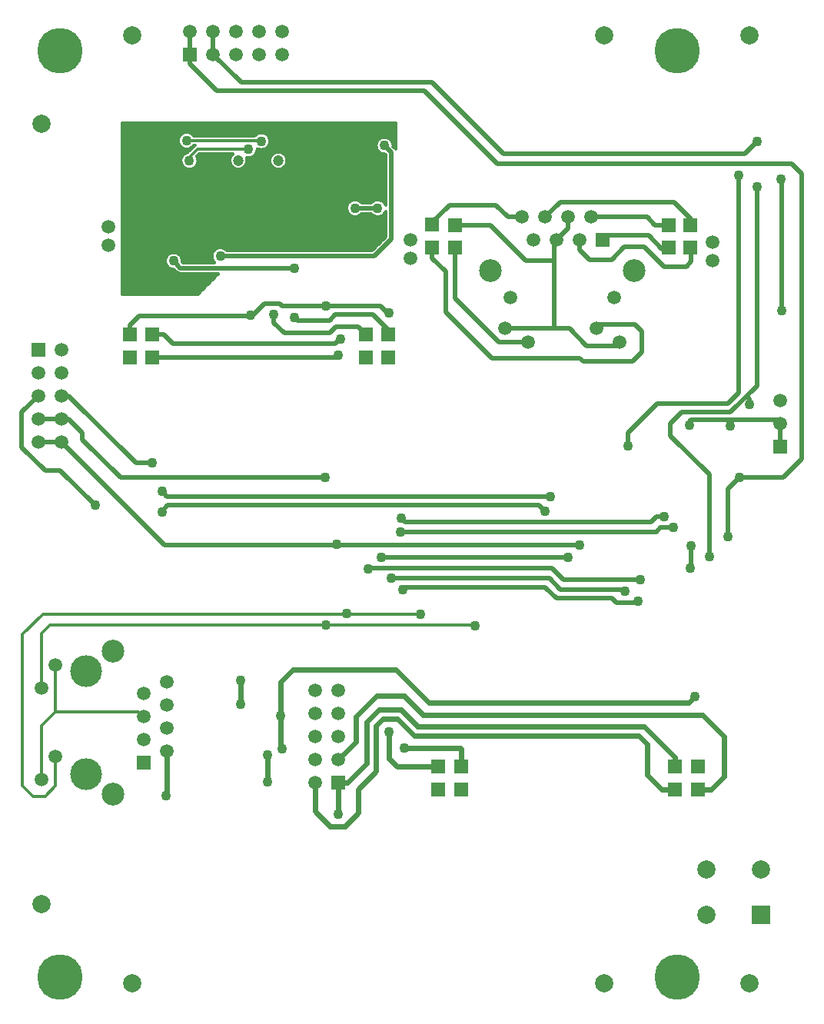
<source format=gtl>
%FSLAX43Y43*%
%MOMM*%
G71*
G01*
G75*
G04 Layer_Physical_Order=1*
%ADD10C,0.300*%
%ADD11C,0.500*%
%ADD12C,0.600*%
%ADD13C,2.000*%
%ADD14C,5.000*%
%ADD15R,1.500X1.500*%
%ADD16C,1.500*%
%ADD17R,2.000X2.000*%
%ADD18C,3.500*%
%ADD19C,2.500*%
%ADD20C,1.200*%
%ADD21C,1.100*%
D10*
X36725Y91550D02*
G03*
X35872Y90605I-950J0D01*
G01*
X21747Y91229D02*
G03*
X23175Y92050I478J821D01*
G01*
G03*
X21450Y92600I-950J0D01*
G01*
X20566Y90229D02*
G03*
X21750Y91150I234J921D01*
G01*
X25025Y89900D02*
G03*
X25025Y89900I-950J0D01*
G01*
X20625D02*
G03*
X20566Y90229I-950J0D01*
G01*
X19092Y90650D02*
G03*
X20625Y89900I583J-750D01*
G01*
X35900Y85020D02*
G03*
X34288Y85250I-875J-370D01*
G01*
Y84050D02*
G03*
X35900Y84280I737J600D01*
G01*
X33262Y85250D02*
G03*
X33262Y84050I-737J-600D01*
G01*
X14932Y91600D02*
G03*
X14796Y91504I218J-450D01*
G01*
X14783Y92600D02*
G03*
X14783Y91600I-808J-500D01*
G01*
X14932D02*
G03*
X14796Y91504I218J-450D01*
G01*
X14102Y90809D02*
G03*
X15225Y89875I173J-934D01*
G01*
G03*
X15083Y90375I-950J0D01*
G01*
X18437Y79975D02*
G03*
X17058Y78675I-737J-600D01*
G01*
X13491Y78719D02*
G03*
X13500Y78850I-941J131D01*
G01*
G03*
X12610Y77902I-950J0D01*
G01*
X12792Y77687D02*
G03*
X13250Y77475I458J388D01*
G01*
X12791Y77688D02*
G03*
X13250Y77475I459J387D01*
G01*
X36297Y92344D02*
Y94075D01*
X36397Y92268D02*
Y94075D01*
X36097Y92444D02*
Y94075D01*
X36197Y92401D02*
Y94075D01*
X36200Y92400D02*
X36975D01*
X36358Y92300D02*
X36975D01*
X35798Y92500D02*
X36975D01*
X35997Y92474D02*
Y94075D01*
X35897Y92492D02*
Y94075D01*
X35797Y92500D02*
Y94075D01*
X35697Y92497D02*
Y94075D01*
X35597Y92483D02*
Y94075D01*
X35497Y92459D02*
Y94075D01*
X35397Y92422D02*
Y94075D01*
X35297Y92371D02*
Y94075D01*
X36897Y91276D02*
Y94075D01*
X36975Y91192D02*
Y94075D01*
X36697Y91778D02*
Y94075D01*
X36797Y91376D02*
Y94075D01*
X36468Y92200D02*
X36975D01*
X36550Y92100D02*
X36975D01*
X36497Y92167D02*
Y94075D01*
X36597Y92026D02*
Y94075D01*
X35197Y92304D02*
Y94075D01*
X35097Y92216D02*
Y94075D01*
X34997Y92096D02*
Y94075D01*
X34897Y91914D02*
Y94075D01*
X34797Y85572D02*
Y94075D01*
X22808Y92800D02*
X36975D01*
X22918Y92700D02*
X36975D01*
X22248Y93000D02*
X36975D01*
X22650Y92900D02*
X36975D01*
X23062Y92500D02*
X35752D01*
X23108Y92400D02*
X35350D01*
X23000Y92600D02*
X36975D01*
X32697Y85584D02*
Y94075D01*
X32597Y85597D02*
Y94075D01*
X32497Y85600D02*
Y94075D01*
X32397Y85591D02*
Y94075D01*
X23142Y92300D02*
X35192D01*
X23163Y92200D02*
X35082D01*
X23174Y92100D02*
X35000D01*
X34697Y85542D02*
Y94075D01*
X34597Y85498D02*
Y94075D01*
X34497Y85440D02*
Y94075D01*
X34397Y85363D02*
Y94075D01*
X34297Y85261D02*
Y94075D01*
X34197Y85250D02*
Y94075D01*
X34097Y85250D02*
Y94075D01*
X33197Y85321D02*
Y94075D01*
X33997Y85250D02*
Y94075D01*
X32997Y85474D02*
Y94075D01*
X33097Y85408D02*
Y94075D01*
X32897Y85524D02*
Y94075D01*
X32797Y85560D02*
Y94075D01*
X32297Y85572D02*
Y94075D01*
X36658Y91900D02*
X36975D01*
X36713Y91700D02*
X36975D01*
X36612Y92000D02*
X36975D01*
X36692Y91800D02*
X36975D01*
X36724Y91600D02*
X36975D01*
X36874Y91300D02*
X36975D01*
X36774Y91400D02*
X36975D01*
X36720Y91453D02*
X36924Y91249D01*
X35197Y85584D02*
Y90796D01*
X35097Y85597D02*
Y90884D01*
X34997Y85600D02*
Y91004D01*
X34897Y85591D02*
Y91186D01*
X24976Y90200D02*
X35900D01*
X35047Y85600D02*
X35900D01*
X25004Y90100D02*
X35900D01*
X35697Y85321D02*
Y90603D01*
X35797Y85203D02*
Y90600D01*
X35450Y85500D02*
X35900D01*
X35597Y85408D02*
Y90617D01*
X35718Y85300D02*
X35900D01*
X35800Y85200D02*
X35900D01*
X35608Y85400D02*
X35900D01*
X35397Y85524D02*
Y90678D01*
X35497Y85474D02*
Y90641D01*
X32547Y85600D02*
X35003D01*
X35297Y85560D02*
Y90729D01*
X33108Y85400D02*
X34442D01*
X33218Y85300D02*
X34332D01*
X32950Y85500D02*
X34600D01*
X23174Y92000D02*
X34938D01*
X23163Y91900D02*
X34892D01*
X21749Y91100D02*
X34938D01*
X21738Y91000D02*
X35001D01*
X24380Y90800D02*
X35192D01*
X24588Y90700D02*
X35351D01*
X21716Y90900D02*
X35082D01*
X23141Y91800D02*
X34858D01*
X23108Y91700D02*
X34837D01*
X23062Y91600D02*
X34826D01*
X22999Y91500D02*
X34826D01*
X22918Y91400D02*
X34837D01*
X22808Y91300D02*
X34859D01*
X22649Y91200D02*
X34892D01*
X24937Y90300D02*
X35900D01*
X25020Y90000D02*
X35900D01*
X24812Y90500D02*
X35900D01*
X24883Y90400D02*
X35900D01*
X25025Y89900D02*
X35900D01*
X25020Y89800D02*
X35900D01*
X25004Y89700D02*
X35900D01*
X24976Y89600D02*
X35900D01*
X24937Y89500D02*
X35900D01*
X24883Y89400D02*
X35900D01*
X24811Y89300D02*
X35900D01*
X24717Y89200D02*
X35900D01*
X24587Y89100D02*
X35900D01*
X24378Y89000D02*
X35900D01*
X24497Y90751D02*
Y94075D01*
X24597Y90694D02*
Y94075D01*
X24397Y90794D02*
Y94075D01*
X24297Y90824D02*
Y94075D01*
X24197Y90842D02*
Y94075D01*
X24097Y90850D02*
Y94075D01*
X23997Y90847D02*
Y94075D01*
X23897Y90833D02*
Y94075D01*
X23797Y90809D02*
Y94075D01*
X23697Y90772D02*
Y94075D01*
X22997Y92603D02*
Y94075D01*
X23097Y92426D02*
Y94075D01*
X22797Y92808D02*
Y94075D01*
X22897Y92721D02*
Y94075D01*
X22697Y92874D02*
Y94075D01*
X32197Y85542D02*
Y94075D01*
X32097Y85498D02*
Y94075D01*
X31997Y85440D02*
Y94075D01*
X31897Y85363D02*
Y94075D01*
X24997Y90128D02*
Y94075D01*
X31797Y85261D02*
Y94075D01*
X24897Y90376D02*
Y94075D01*
X24697Y90618D02*
Y94075D01*
X24797Y90517D02*
Y94075D01*
X23597Y90721D02*
Y94075D01*
X23497Y90654D02*
Y94075D01*
X23397Y90566D02*
Y94075D01*
X23297Y90446D02*
Y94075D01*
X23197Y90264D02*
Y94075D01*
X22597Y92924D02*
Y94075D01*
X22497Y92960D02*
Y94075D01*
X22297Y92997D02*
Y94075D01*
X22397Y92984D02*
Y94075D01*
X22197Y93000D02*
Y94075D01*
X22097Y92991D02*
Y94075D01*
X21997Y92972D02*
Y94075D01*
X21897Y92942D02*
Y94075D01*
X21797Y92898D02*
Y94075D01*
X21697Y92840D02*
Y94075D01*
X21597Y92763D02*
Y94075D01*
X21497Y92661D02*
Y94075D01*
X21397Y92600D02*
Y94075D01*
X21297Y92600D02*
Y94075D01*
X21197Y92600D02*
Y94075D01*
X21097Y92600D02*
Y94075D01*
X20997Y92600D02*
Y94075D01*
X20897Y92600D02*
Y94075D01*
X20797Y92600D02*
Y94075D01*
X20697Y92600D02*
Y94075D01*
X20597Y92600D02*
Y94075D01*
X20497Y92600D02*
Y94075D01*
X20397Y92600D02*
Y94075D01*
X20297Y92600D02*
Y94075D01*
X20197Y92600D02*
Y94075D01*
X20097Y92600D02*
Y94075D01*
X19997Y92600D02*
Y94075D01*
X19897Y92600D02*
Y94075D01*
X21683Y90800D02*
X23770D01*
X21637Y90700D02*
X23562D01*
X21574Y90600D02*
X23432D01*
X21493Y90500D02*
X23338D01*
X21383Y90400D02*
X23267D01*
X19797Y92600D02*
Y94075D01*
X19697Y92600D02*
Y94075D01*
X19597Y92600D02*
Y94075D01*
X19497Y92600D02*
Y94075D01*
X21224Y90300D02*
X23213D01*
X20576Y90200D02*
X23174D01*
X20537Y89500D02*
X23213D01*
X20483Y89400D02*
X23267D01*
X20411Y89300D02*
X23339D01*
X20317Y89200D02*
X23433D01*
X20187Y89100D02*
X23563D01*
X19978Y89000D02*
X23772D01*
X20604Y90100D02*
X23146D01*
X20620Y90000D02*
X23130D01*
X20625Y89900D02*
X23125D01*
X20620Y89800D02*
X23130D01*
X20604Y89700D02*
X23146D01*
X20576Y89600D02*
X23174D01*
X19397Y92600D02*
Y94075D01*
X19297Y92600D02*
Y94075D01*
X19197Y92600D02*
Y94075D01*
X19097Y92600D02*
Y94075D01*
X18997Y92600D02*
Y94075D01*
X18897Y92600D02*
Y94075D01*
X18797Y92600D02*
Y94075D01*
X18697Y92600D02*
Y94075D01*
X18597Y92600D02*
Y94075D01*
X18497Y92600D02*
Y94075D01*
X18397Y92600D02*
Y94075D01*
X18297Y92600D02*
Y94075D01*
X18197Y92600D02*
Y94075D01*
X18097Y92600D02*
Y94075D01*
X17997Y92600D02*
Y94075D01*
X17897Y92600D02*
Y94075D01*
X17797Y92600D02*
Y94075D01*
X17697Y92600D02*
Y94075D01*
X18897Y90446D02*
Y90650D01*
X18797Y90264D02*
Y90650D01*
X17597Y92600D02*
Y94075D01*
X17497Y92600D02*
Y94075D01*
X17397Y92600D02*
Y94075D01*
X17297Y92600D02*
Y94075D01*
X17197Y92600D02*
Y94075D01*
X17097Y92600D02*
Y94075D01*
X16997Y92600D02*
Y94075D01*
X33897Y85250D02*
Y94075D01*
X35900Y85020D02*
Y90576D01*
X33797Y85250D02*
Y94075D01*
X33697Y85250D02*
Y94075D01*
X35897Y81471D02*
Y84274D01*
X33262Y85250D02*
X34288D01*
X33597D02*
Y94075D01*
X33497Y85250D02*
Y94075D01*
X33397Y85250D02*
Y94075D01*
X33297Y85250D02*
Y94075D01*
X31697Y85116D02*
Y94075D01*
X31597Y84855D02*
Y94075D01*
X31497Y80000D02*
Y94075D01*
X31397Y80000D02*
Y94075D01*
X31297Y80000D02*
Y94075D01*
X31197Y80000D02*
Y94075D01*
X35900Y81474D02*
Y84280D01*
X31597Y80000D02*
Y84445D01*
X31097Y79975D02*
Y94075D01*
X30997Y79975D02*
Y94075D01*
X30897Y79975D02*
Y94075D01*
X30797Y79975D02*
Y94075D01*
X30697Y79975D02*
Y94075D01*
X30597Y79975D02*
Y94075D01*
X30497Y79975D02*
Y94075D01*
X30397Y79975D02*
Y94075D01*
X30297Y79975D02*
Y94075D01*
X30197Y79975D02*
Y94075D01*
X30097Y79975D02*
Y94075D01*
X29997Y79975D02*
Y94075D01*
X29897Y79975D02*
Y94075D01*
X29797Y79975D02*
Y94075D01*
X29697Y79975D02*
Y94075D01*
X29597Y79975D02*
Y94075D01*
X29497Y79975D02*
Y94075D01*
X29397Y79975D02*
Y94075D01*
X29297Y79975D02*
Y94075D01*
X29197Y79975D02*
Y94075D01*
X29097Y79975D02*
Y94075D01*
X28997Y79975D02*
Y94075D01*
X28897Y79975D02*
Y94075D01*
X28797Y79975D02*
Y94075D01*
X28697Y79975D02*
Y94075D01*
X28597Y79975D02*
Y94075D01*
X28497Y79975D02*
Y94075D01*
X28397Y79975D02*
Y94075D01*
X28297Y79975D02*
Y94075D01*
X28197Y79975D02*
Y94075D01*
X28097Y79975D02*
Y94075D01*
X27997Y79975D02*
Y94075D01*
X27897Y79975D02*
Y94075D01*
X27797Y79975D02*
Y94075D01*
X27697Y79975D02*
Y94075D01*
X27597Y79975D02*
Y94075D01*
X35799Y84100D02*
X35900D01*
X35797Y81371D02*
Y84097D01*
X35718Y84000D02*
X35900D01*
X35697Y81271D02*
Y83979D01*
X35608Y83900D02*
X35900D01*
X35597Y81171D02*
Y83892D01*
X35449Y83800D02*
X35900D01*
X35497Y81071D02*
Y83826D01*
X35397Y80971D02*
Y83776D01*
X35297Y80871D02*
Y83740D01*
X35197Y80771D02*
Y83716D01*
X35097Y80671D02*
Y83703D01*
X34997Y80571D02*
Y83700D01*
X34897Y80471D02*
Y83709D01*
X34597Y80171D02*
Y83802D01*
X34497Y80071D02*
Y83860D01*
X34397Y80000D02*
Y83937D01*
X34297Y80000D02*
Y84039D01*
X34797Y80371D02*
Y83728D01*
X34697Y80271D02*
Y83758D01*
X34426Y80000D02*
X35900Y81474D01*
X34197Y80000D02*
Y84050D01*
X34097Y80000D02*
Y84050D01*
X33997Y80000D02*
Y84050D01*
X33897Y80000D02*
Y84050D01*
X33797Y80000D02*
Y84050D01*
X33697Y80000D02*
Y84050D01*
X33597Y80000D02*
Y84050D01*
X33262D02*
X34288D01*
X33218Y84000D02*
X34332D01*
X33108Y83900D02*
X34442D01*
X32949Y83800D02*
X34601D01*
X18171Y80200D02*
X34626D01*
X18314Y80100D02*
X34526D01*
X17918Y80300D02*
X34726D01*
X33497Y80000D02*
Y84050D01*
X33397Y80000D02*
Y84050D01*
X33297Y80000D02*
Y84050D01*
X33197Y80000D02*
Y83979D01*
X33097Y80000D02*
Y83892D01*
X32997Y80000D02*
Y83826D01*
X32897Y80000D02*
Y83776D01*
X32797Y80000D02*
Y83740D01*
X32697Y80000D02*
Y83716D01*
X32597Y80000D02*
Y83703D01*
X32397Y80000D02*
Y83709D01*
X32497Y80000D02*
Y83700D01*
X32297Y80000D02*
Y83728D01*
X31150Y80000D02*
X34426D01*
X32097D02*
Y83802D01*
X31897Y80000D02*
Y83937D01*
X31797Y80000D02*
Y84039D01*
X31697Y80000D02*
Y84184D01*
X32197Y80000D02*
Y83758D01*
X31997Y80000D02*
Y83860D01*
X18437Y79975D02*
X31125D01*
X27497D02*
Y94075D01*
X27397Y79975D02*
Y94075D01*
X27297Y79975D02*
Y94075D01*
X27197Y79975D02*
Y94075D01*
X27097Y79975D02*
Y94075D01*
X26997Y79975D02*
Y94075D01*
X26897Y79975D02*
Y94075D01*
X26797Y79975D02*
Y94075D01*
X26697Y79975D02*
Y94075D01*
X26597Y79975D02*
Y94075D01*
X26497Y79975D02*
Y94075D01*
X26397Y79975D02*
Y94075D01*
X26297Y79975D02*
Y94075D01*
X26197Y79975D02*
Y94075D01*
X26097Y79975D02*
Y94075D01*
X25997Y79975D02*
Y94075D01*
X25897Y79975D02*
Y94075D01*
X25797Y79975D02*
Y94075D01*
X25697Y79975D02*
Y94075D01*
X25597Y79975D02*
Y94075D01*
X25497Y79975D02*
Y94075D01*
X25397Y79975D02*
Y94075D01*
X25297Y79975D02*
Y94075D01*
X25197Y79975D02*
Y94075D01*
X25097Y79975D02*
Y94075D01*
X23097Y79975D02*
Y91674D01*
X22997Y79975D02*
Y91497D01*
X22897Y79975D02*
Y91379D01*
X22797Y79975D02*
Y91292D01*
X18397Y80020D02*
Y90650D01*
X22697Y79975D02*
Y91226D01*
X18197Y80184D02*
Y90650D01*
X18297Y80114D02*
Y90650D01*
X17997Y80277D02*
Y90650D01*
X18097Y80238D02*
Y90650D01*
X17897Y80304D02*
Y90650D01*
X17797Y80320D02*
Y90650D01*
X17697Y80325D02*
Y90650D01*
X17597Y80319D02*
Y90650D01*
X17497Y80303D02*
Y90650D01*
X17397Y80275D02*
Y90650D01*
X17297Y80235D02*
Y90650D01*
X17197Y80181D02*
Y90650D01*
X22597Y79975D02*
Y91176D01*
X22497Y79975D02*
Y91140D01*
X22397Y79975D02*
Y91116D01*
X21997Y79975D02*
Y91128D01*
X22297Y79975D02*
Y91103D01*
X22197Y79975D02*
Y91100D01*
X22097Y79975D02*
Y91109D01*
X21897Y79975D02*
Y91158D01*
X21797Y79975D02*
Y91202D01*
X21697Y79975D02*
Y90838D01*
X21597Y79975D02*
Y90634D01*
X18697Y79975D02*
Y90650D01*
X18597Y79975D02*
Y90650D01*
X18497Y79975D02*
Y90650D01*
X24997Y79975D02*
Y89672D01*
X24897Y79975D02*
Y89424D01*
X24797Y79975D02*
Y89283D01*
X24697Y79975D02*
Y89182D01*
X24597Y79975D02*
Y89106D01*
X24497Y79975D02*
Y89049D01*
X24397Y79975D02*
Y89006D01*
X24297Y79975D02*
Y88976D01*
X24197Y79975D02*
Y88958D01*
X24097Y79975D02*
Y88950D01*
X23997Y79975D02*
Y88953D01*
X23897Y79975D02*
Y88967D01*
X23797Y79975D02*
Y88991D01*
X23697Y79975D02*
Y89028D01*
X23297Y79975D02*
Y89354D01*
X23197Y79975D02*
Y89536D01*
X21497Y79975D02*
Y90505D01*
X21397Y79975D02*
Y90411D01*
X23597Y79975D02*
Y89079D01*
X23497Y79975D02*
Y89146D01*
X23397Y79975D02*
Y89234D01*
X21297Y79975D02*
Y90341D01*
X21197Y79975D02*
Y90287D01*
X21097Y79975D02*
Y90248D01*
X20997Y79975D02*
Y90221D01*
X20897Y79975D02*
Y90205D01*
X20797Y79975D02*
Y90200D01*
X20697Y79975D02*
Y90206D01*
X20597Y79975D02*
Y89672D01*
X20497Y79975D02*
Y89424D01*
X20397Y79975D02*
Y89283D01*
X20297Y79975D02*
Y89182D01*
X20197Y79975D02*
Y89106D01*
X20097Y79975D02*
Y89049D01*
X19997Y79975D02*
Y89006D01*
X19897Y79975D02*
Y88976D01*
X19797Y79975D02*
Y88958D01*
X17097Y80109D02*
Y90650D01*
X16997Y80014D02*
Y90650D01*
X19697Y79975D02*
Y88950D01*
X19597Y79975D02*
Y88953D01*
X19497Y79975D02*
Y88967D01*
X19097Y79975D02*
Y89146D01*
X18997Y79975D02*
Y89234D01*
X18897Y79975D02*
Y89354D01*
X18797Y79975D02*
Y89536D01*
X19397Y79975D02*
Y88991D01*
X19297Y79975D02*
Y89028D01*
X19197Y79975D02*
Y89079D01*
X17397Y77372D02*
Y77475D01*
X17297Y77272D02*
Y77475D01*
X16897Y78675D02*
Y78867D01*
X17197Y77172D02*
Y77475D01*
X17097Y77072D02*
Y77475D01*
X16997Y76972D02*
Y77475D01*
X16897Y76872D02*
Y77475D01*
X6875Y94075D02*
X36975D01*
X6875Y94000D02*
X36975D01*
X6875Y93900D02*
X36975D01*
X6875Y93800D02*
X36975D01*
X6875Y93700D02*
X36975D01*
X6875Y93600D02*
X36975D01*
X6875Y93500D02*
X36975D01*
X6875Y93400D02*
X36975D01*
X6875Y93300D02*
X36975D01*
X14280Y93000D02*
X22202D01*
X6875Y93200D02*
X36975D01*
X6875Y93100D02*
X36975D01*
X14618Y92800D02*
X21642D01*
X14712Y92700D02*
X21532D01*
X14488Y92900D02*
X21800D01*
X15357Y90650D02*
X19092D01*
X15307Y90600D02*
X19032D01*
X14783Y92600D02*
X21450D01*
X14824Y89100D02*
X19163D01*
X14644Y89000D02*
X19372D01*
X6875Y88900D02*
X35900D01*
X6875Y88800D02*
X35900D01*
X15207Y90500D02*
X18938D01*
X15168Y90200D02*
X18774D01*
X15107Y90400D02*
X18867D01*
X15125Y90300D02*
X18813D01*
X15098Y89400D02*
X18867D01*
X15031Y89300D02*
X18939D01*
X14943Y89200D02*
X19033D01*
X6875Y88700D02*
X35900D01*
X6875Y88600D02*
X35900D01*
X6875Y88500D02*
X35900D01*
X6875Y88400D02*
X35900D01*
X6875Y88300D02*
X35900D01*
X6875Y88200D02*
X35900D01*
X6875Y88100D02*
X35900D01*
X6875Y88000D02*
X35900D01*
X6875Y87900D02*
X35900D01*
X6875Y87800D02*
X35900D01*
X6875Y87700D02*
X35900D01*
X6875Y87600D02*
X35900D01*
X6875Y87500D02*
X35900D01*
X6875Y87400D02*
X35900D01*
X6875Y87300D02*
X35900D01*
X6875Y87200D02*
X35900D01*
X6875Y87100D02*
X35900D01*
X6875Y87000D02*
X35900D01*
X6875Y86900D02*
X35900D01*
X6875Y86800D02*
X35900D01*
X6875Y86700D02*
X35900D01*
X6875Y86600D02*
X35900D01*
X6875Y86500D02*
X35900D01*
X6875Y86400D02*
X35900D01*
X6875Y86300D02*
X35900D01*
X6875Y86200D02*
X35900D01*
X6875Y86100D02*
X35900D01*
X6875Y86000D02*
X35900D01*
X6875Y85900D02*
X35900D01*
X6875Y85800D02*
X35900D01*
X6875Y85700D02*
X35900D01*
X6875Y85600D02*
X32503D01*
X6875Y85500D02*
X32100D01*
X6875Y85400D02*
X31942D01*
X6875Y85300D02*
X31832D01*
X6875Y85200D02*
X31750D01*
X6875Y85100D02*
X31688D01*
X6875Y85000D02*
X31642D01*
X6875Y84900D02*
X31608D01*
X6875Y84800D02*
X31587D01*
X6875Y84700D02*
X31576D01*
X6875Y84600D02*
X31576D01*
X6875Y83800D02*
X32101D01*
X6875Y83700D02*
X35900D01*
X6875Y83600D02*
X35900D01*
X6875Y83500D02*
X35900D01*
X6875Y83400D02*
X35900D01*
X6875Y83300D02*
X35900D01*
X6875Y83200D02*
X35900D01*
X6875Y84500D02*
X31587D01*
X6875Y84400D02*
X31609D01*
X6875Y84300D02*
X31642D01*
X6875Y84200D02*
X31688D01*
X6875Y84100D02*
X31751D01*
X6875Y84000D02*
X31832D01*
X6875Y83900D02*
X31942D01*
X6875Y83100D02*
X35900D01*
X6875Y83000D02*
X35900D01*
X6875Y82900D02*
X35900D01*
X6875Y82800D02*
X35900D01*
X6875Y82700D02*
X35900D01*
X6875Y82600D02*
X35900D01*
X6875Y82500D02*
X35900D01*
X6875Y82400D02*
X35900D01*
X6875Y82300D02*
X35900D01*
X6875Y82200D02*
X35900D01*
X6875Y82100D02*
X35900D01*
X6875Y82000D02*
X35900D01*
X6875Y81900D02*
X35900D01*
X6875Y81800D02*
X35900D01*
X6875Y81700D02*
X35900D01*
X6875Y81600D02*
X35900D01*
X6875Y81500D02*
X35900D01*
X6875Y81400D02*
X35826D01*
X6875Y81300D02*
X35726D01*
X6875Y81200D02*
X35626D01*
X6875Y81100D02*
X35526D01*
X6875Y81000D02*
X35426D01*
X6875Y80900D02*
X35326D01*
X6875Y80800D02*
X35226D01*
X6875Y80700D02*
X35126D01*
X6875Y80600D02*
X35026D01*
X6875Y80500D02*
X34926D01*
X6875Y80400D02*
X34826D01*
X16897Y92600D02*
Y94075D01*
X16797Y92600D02*
Y94075D01*
X16697Y92600D02*
Y94075D01*
X16597Y92600D02*
Y94075D01*
X16497Y92600D02*
Y94075D01*
X16397Y92600D02*
Y94075D01*
X16297Y92600D02*
Y94075D01*
X16197Y92600D02*
Y94075D01*
X16097Y92600D02*
Y94075D01*
X15997Y92600D02*
Y94075D01*
X14697Y92717D02*
Y94075D01*
X15897Y92600D02*
Y94075D01*
X14497Y92894D02*
Y94075D01*
X14597Y92818D02*
Y94075D01*
X14397Y92951D02*
Y94075D01*
X15797Y92600D02*
Y94075D01*
X15697Y92600D02*
Y94075D01*
X15597Y92600D02*
Y94075D01*
X15497Y92600D02*
Y94075D01*
X15397Y92600D02*
Y94075D01*
X15297Y92600D02*
Y94075D01*
X15197Y92600D02*
Y94075D01*
X15097Y92600D02*
Y94075D01*
X14997Y92600D02*
Y94075D01*
X14897Y92600D02*
Y94075D01*
X14797Y92600D02*
Y94075D01*
X14783Y91600D02*
X14931D01*
X14783Y91600D02*
X14932D01*
X14297Y92994D02*
Y94075D01*
X14197Y93024D02*
Y94075D01*
X14097Y93042D02*
Y94075D01*
X13997Y93050D02*
Y94075D01*
X13897Y93047D02*
Y94075D01*
X13797Y93033D02*
Y94075D01*
X13697Y93009D02*
Y94075D01*
X13597Y92972D02*
Y94075D01*
X13497Y92921D02*
Y94075D01*
X13397Y92854D02*
Y94075D01*
X13297Y92766D02*
Y94075D01*
X6875Y93000D02*
X13670D01*
X6875Y92900D02*
X13462D01*
X6875Y92800D02*
X13332D01*
X13197Y92646D02*
Y94075D01*
X13097Y92464D02*
Y94075D01*
X6875Y92700D02*
X13238D01*
X6875Y92600D02*
X13167D01*
X6875Y92500D02*
X13113D01*
X6875Y91700D02*
X13113D01*
X6875Y92400D02*
X13074D01*
X6875Y92300D02*
X13046D01*
X6875Y92200D02*
X13030D01*
X6875Y92100D02*
X13025D01*
X6875Y92000D02*
X13030D01*
X6875Y91900D02*
X13046D01*
X6875Y91800D02*
X13074D01*
X14487Y91300D02*
X14593D01*
X14497Y91204D02*
Y91307D01*
X14102Y90809D02*
X14796Y91504D01*
X14278Y91200D02*
X14493D01*
X14397Y91104D02*
Y91249D01*
X14297Y91004D02*
Y91206D01*
X14197Y90904D02*
Y91176D01*
X14097Y90808D02*
Y91158D01*
X6875Y91600D02*
X13167D01*
X13997Y90784D02*
Y91150D01*
X13897Y90747D02*
Y91153D01*
X13797Y90696D02*
Y91167D01*
X13697Y90629D02*
Y91191D01*
X15198Y90100D02*
X18746D01*
X15217Y90000D02*
X18730D01*
X15225Y89900D02*
X18725D01*
X15222Y89800D02*
X18730D01*
X15209Y89700D02*
X18746D01*
X15184Y89600D02*
X18774D01*
X15148Y89500D02*
X18813D01*
X13597Y90541D02*
Y91228D01*
X13497Y90421D02*
Y91279D01*
X13397Y90239D02*
Y91346D01*
X15083Y90375D02*
X15357Y90650D01*
X15197Y90103D02*
Y90490D01*
X6875Y91200D02*
X13672D01*
X6875Y91100D02*
X14393D01*
X6875Y91000D02*
X14293D01*
X6875Y90900D02*
X14193D01*
X6875Y90800D02*
X14057D01*
X6875Y90700D02*
X13803D01*
X6875Y90600D02*
X13661D01*
X6875Y91500D02*
X13239D01*
X6875Y91400D02*
X13333D01*
X6875Y91300D02*
X13463D01*
X6875Y90500D02*
X13559D01*
X6875Y90400D02*
X13483D01*
X6875Y90300D02*
X13425D01*
X6875Y90200D02*
X13382D01*
X6875Y89400D02*
X13452D01*
X6875Y89300D02*
X13519D01*
X6875Y89200D02*
X13607D01*
X6875Y89100D02*
X13726D01*
X6875Y89000D02*
X13906D01*
X6875Y80300D02*
X17482D01*
X6875Y80200D02*
X17229D01*
X6875Y90100D02*
X13352D01*
X6875Y90000D02*
X13333D01*
X6875Y89900D02*
X13325D01*
X6875Y89800D02*
X13328D01*
X6875Y89700D02*
X13341D01*
X6875Y89600D02*
X13366D01*
X6875Y89500D02*
X13402D01*
X16897Y79883D02*
Y90650D01*
X16797Y79671D02*
Y90650D01*
X16697Y78675D02*
Y90650D01*
X16597Y78675D02*
Y90650D01*
X16797Y78675D02*
Y79079D01*
X16497Y78675D02*
Y90650D01*
X16397Y78675D02*
Y90650D01*
X16297Y78675D02*
Y90650D01*
X16197Y78675D02*
Y90650D01*
X16097Y78675D02*
Y90650D01*
X15997Y78675D02*
Y90650D01*
X15897Y78675D02*
Y90650D01*
X15797Y78675D02*
Y90650D01*
X15697Y78675D02*
Y90650D01*
X15597Y78675D02*
Y90650D01*
X15497Y78675D02*
Y90650D01*
X15397Y78675D02*
Y90650D01*
X15297Y78675D02*
Y90590D01*
X15197Y78675D02*
Y89647D01*
X16797Y76772D02*
Y77475D01*
X15175Y75150D02*
X17500Y77475D01*
X15097Y78675D02*
Y89399D01*
X14997Y78675D02*
Y89258D01*
X14897Y78675D02*
Y89157D01*
X14797Y78675D02*
Y89081D01*
X14697Y78675D02*
Y89024D01*
X14597Y78675D02*
Y88981D01*
X14497Y78675D02*
Y88951D01*
X6875Y80100D02*
X17086D01*
X12572Y79800D02*
X16850D01*
X6875Y80000D02*
X16984D01*
X6875Y79900D02*
X16908D01*
X13133Y79600D02*
X16777D01*
X13499Y78900D02*
X16877D01*
X12975Y79700D02*
X16807D01*
X13325Y79400D02*
X16750D01*
X13497Y78921D02*
Y89329D01*
X13243Y79500D02*
X16758D01*
X13387Y79300D02*
X16753D01*
X13433Y79200D02*
X16766D01*
X13488Y79000D02*
X16827D01*
X13467Y79100D02*
X16791D01*
X14397Y78675D02*
Y88933D01*
X14297Y78675D02*
Y88925D01*
X14197Y78675D02*
Y88928D01*
X14097Y78675D02*
Y88942D01*
X13499Y78800D02*
X16944D01*
X13528Y78675D02*
X17058D01*
X13250Y77475D02*
X17500D01*
X13997Y78675D02*
Y88966D01*
X13797Y78675D02*
Y89054D01*
X13697Y78675D02*
Y89121D01*
X13597Y78675D02*
Y89209D01*
X13897Y78675D02*
Y89003D01*
X16697Y76672D02*
Y77475D01*
X16597Y76572D02*
Y77475D01*
X16497Y76472D02*
Y77475D01*
X16397Y76372D02*
Y77475D01*
X16297Y76272D02*
Y77475D01*
X16197Y76172D02*
Y77475D01*
X16097Y76072D02*
Y77475D01*
X15997Y75972D02*
Y77475D01*
X15897Y75872D02*
Y77475D01*
X15797Y75772D02*
Y77475D01*
X15697Y75672D02*
Y77475D01*
X15597Y75572D02*
Y77475D01*
X15497Y75472D02*
Y77475D01*
X15397Y75372D02*
Y77475D01*
X15297Y75272D02*
Y77475D01*
X15197Y75172D02*
Y77475D01*
X15097Y75150D02*
Y77475D01*
X14997Y75150D02*
Y77475D01*
X14897Y75150D02*
Y77475D01*
X14797Y75150D02*
Y77475D01*
X14697Y75150D02*
Y77475D01*
X14597Y75150D02*
Y77475D01*
X14497Y75150D02*
Y77475D01*
X14397Y75150D02*
Y77475D01*
X14297Y75150D02*
Y77475D01*
X14197Y75150D02*
Y77475D01*
X14097Y75150D02*
Y77475D01*
X13997Y75150D02*
Y77475D01*
X6875Y77400D02*
X17425D01*
X6875Y77300D02*
X17325D01*
X6875Y77200D02*
X17225D01*
X6875Y77100D02*
X17125D01*
X6875Y77000D02*
X17025D01*
X6875Y76900D02*
X16925D01*
X6875Y76800D02*
X16825D01*
X6875Y76700D02*
X16725D01*
X6875Y76600D02*
X16625D01*
X6875Y76500D02*
X16525D01*
X6875Y76400D02*
X16425D01*
X6875Y76300D02*
X16325D01*
X6875Y76200D02*
X16225D01*
X6875Y76100D02*
X16125D01*
X6875Y76000D02*
X16025D01*
X6875Y75900D02*
X15925D01*
X6875Y75800D02*
X15825D01*
X6875Y75700D02*
X15725D01*
X6875Y75600D02*
X15625D01*
X6875Y75500D02*
X15525D01*
X6875Y75400D02*
X15425D01*
X13897Y75150D02*
Y77475D01*
X13797Y75150D02*
Y77475D01*
X13697Y75150D02*
Y77475D01*
X13597Y75150D02*
Y77475D01*
X6875Y75300D02*
X15325D01*
X6875Y75200D02*
X15225D01*
X6875Y75150D02*
X15175D01*
X12997Y79688D02*
Y94075D01*
X12897Y79734D02*
Y94075D01*
X12797Y79767D02*
Y94075D01*
X12697Y79788D02*
Y94075D01*
X12597Y79799D02*
Y94075D01*
X12497Y79799D02*
Y94075D01*
X12397Y79788D02*
Y94075D01*
X12297Y79766D02*
Y94075D01*
X12197Y79732D02*
Y94075D01*
X12097Y79685D02*
Y94075D01*
X11997Y79623D02*
Y94075D01*
X11897Y79540D02*
Y94075D01*
X11797Y79430D02*
Y94075D01*
X11697Y79269D02*
Y94075D01*
X11597Y75150D02*
Y94075D01*
X11497Y75150D02*
Y94075D01*
X11397Y75150D02*
Y94075D01*
X11297Y75150D02*
Y94075D01*
X11197Y75150D02*
Y94075D01*
X11097Y75150D02*
Y94075D01*
X10997Y75150D02*
Y94075D01*
X10897Y75150D02*
Y94075D01*
X10797Y75150D02*
Y94075D01*
X10697Y75150D02*
Y94075D01*
X10597Y75150D02*
Y94075D01*
X10497Y75150D02*
Y94075D01*
X10397Y75150D02*
Y94075D01*
X10297Y75150D02*
Y94075D01*
X10197Y75150D02*
Y94075D01*
X10097Y75150D02*
Y94075D01*
X9997Y75150D02*
Y94075D01*
X9897Y75150D02*
Y94075D01*
X9797Y75150D02*
Y94075D01*
X9697Y75150D02*
Y94075D01*
X9597Y75150D02*
Y94075D01*
X9497Y75150D02*
Y94075D01*
X9397Y75150D02*
Y94075D01*
X9297Y75150D02*
Y94075D01*
X9197Y75150D02*
Y94075D01*
X9097Y75150D02*
Y94075D01*
X8997Y75150D02*
Y94075D01*
X8897Y75150D02*
Y94075D01*
X8797Y75150D02*
Y94075D01*
X8697Y75150D02*
Y94075D01*
X8597Y75150D02*
Y94075D01*
X8497Y75150D02*
Y94075D01*
X8397Y75150D02*
Y94075D01*
X8297Y75150D02*
Y94075D01*
X8197Y75150D02*
Y94075D01*
X8097Y75150D02*
Y94075D01*
X7997Y75150D02*
Y94075D01*
X7897Y75150D02*
Y94075D01*
X7797Y75150D02*
Y94075D01*
X7697Y75150D02*
Y94075D01*
X7597Y75150D02*
Y94075D01*
X7497Y75150D02*
Y94075D01*
X7397Y75150D02*
Y94075D01*
X13297Y79436D02*
Y91434D01*
X13397Y79280D02*
Y89511D01*
X13197Y79545D02*
Y91554D01*
X13497Y75150D02*
Y77475D01*
X13397Y75150D02*
Y77475D01*
X13297Y75150D02*
Y77475D01*
X13097Y79626D02*
Y91736D01*
X12897Y75150D02*
Y77590D01*
X12610Y77902D02*
X12791Y77688D01*
X13197Y75150D02*
Y77477D01*
X13097Y75150D02*
Y77495D01*
X12997Y75150D02*
Y77531D01*
X12597Y75150D02*
Y77901D01*
X12497Y75150D02*
Y77901D01*
X12397Y75150D02*
Y77912D01*
X12197Y75150D02*
Y77968D01*
X12797Y75150D02*
Y77681D01*
X12697Y75150D02*
Y77799D01*
X12297Y75150D02*
Y77934D01*
X11797Y75150D02*
Y78270D01*
X11697Y75150D02*
Y78431D01*
X7297Y75150D02*
Y94075D01*
X7197Y75150D02*
Y94075D01*
X12097Y75150D02*
Y78015D01*
X11997Y75150D02*
Y78077D01*
X11897Y75150D02*
Y78160D01*
X6875Y79800D02*
X12528D01*
X6875Y79700D02*
X12125D01*
X6875Y79600D02*
X11967D01*
X6875Y79500D02*
X11857D01*
X6875Y79400D02*
X11775D01*
X6875Y79300D02*
X11713D01*
X6875Y79200D02*
X11667D01*
X6875Y79100D02*
X11633D01*
X6875Y79000D02*
X11612D01*
X6875Y78900D02*
X11601D01*
X6875Y78800D02*
X11601D01*
X6875Y78700D02*
X11612D01*
X6875Y78600D02*
X11634D01*
X6875Y78500D02*
X11667D01*
X6875Y78100D02*
X11967D01*
X6875Y78000D02*
X12126D01*
X6875Y77900D02*
X12612D01*
X6875Y77800D02*
X12697D01*
X6875Y77700D02*
X12782D01*
X6875Y77600D02*
X12884D01*
X6875Y77500D02*
X13079D01*
X7097Y75150D02*
Y94075D01*
X6997Y75150D02*
Y94075D01*
X6897Y75150D02*
Y94075D01*
X6875Y75150D02*
Y94075D01*
Y78400D02*
X11713D01*
X6875Y78300D02*
X11776D01*
X6875Y78200D02*
X11857D01*
X-2025Y27675D02*
X-478Y29222D01*
Y34318D01*
Y29222D02*
X8673D01*
X9252Y28643D01*
X-2025Y21650D02*
Y27675D01*
X-1600Y19900D02*
X-478Y21022D01*
X-2925Y19900D02*
X-1600D01*
X-4125Y21100D02*
X-2925Y19900D01*
X45700Y38775D02*
X45775Y38700D01*
X-4125Y21100D02*
Y37700D01*
X22175Y92100D02*
X22225Y92050D01*
X13975Y92100D02*
X22175D01*
X14275Y90275D02*
X15150Y91150D01*
X20800D01*
X14275Y89875D02*
Y90275D01*
X-4125Y37700D02*
X-1850Y39975D01*
X-1998Y31808D02*
Y37852D01*
X-1075Y38775D01*
X45700D01*
X-478Y21022D02*
Y24238D01*
X-1850Y39975D02*
X39700D01*
D11*
X43520Y74705D02*
X48325Y69900D01*
X43520Y74705D02*
Y80362D01*
X48325Y69900D02*
X51550D01*
X42500Y73250D02*
X47575Y68175D01*
X42500Y73250D02*
Y77700D01*
X41020Y79180D02*
X42500Y77700D01*
X55985Y82420D02*
Y83700D01*
X54500Y80935D02*
X55985Y82420D01*
X56130Y71420D02*
X58050Y69500D01*
X61260D01*
X61660Y69900D01*
X57250Y68175D02*
X57650Y67775D01*
X63350Y71825D02*
X64075Y71100D01*
X59525Y71825D02*
X63350D01*
X41020Y79180D02*
Y80362D01*
X59120Y71420D02*
X59525Y71825D01*
X47575Y68175D02*
X57250D01*
X47445Y82805D02*
X51350Y78900D01*
X43512Y82805D02*
X47445D01*
X51350Y78900D02*
X54500D01*
X54395Y71420D02*
X54500Y71525D01*
Y80935D01*
X49040Y71420D02*
X56130D01*
X48025Y85025D02*
X49350Y83700D01*
X42925Y85025D02*
X48025D01*
X41037Y83137D02*
X42925Y85025D01*
X49350Y83700D02*
X50905D01*
X41037Y82855D02*
Y83137D01*
X57255Y80095D02*
X58350Y79000D01*
X60825D01*
X62200Y80375D01*
X64400D01*
X66525Y78250D01*
X69025D01*
X69562Y78787D01*
X57255Y80095D02*
Y81150D01*
X69562Y80305D02*
X69562Y78787D01*
X60450Y81700D02*
X64850D01*
X66350Y80200D01*
X59795Y81150D02*
X59900D01*
X60450Y81700D01*
X66350Y80200D02*
X67100D01*
X64675Y83700D02*
X65570Y82805D01*
X58525Y83700D02*
X64675D01*
X65570Y82805D02*
X67037D01*
X67650Y85350D02*
X69512Y83488D01*
X53445Y83700D02*
X55095Y85350D01*
X69512Y82805D02*
Y83488D01*
X55095Y85350D02*
X67650D01*
X65725Y49025D02*
X66175Y49475D01*
X35425Y46225D02*
X35450Y46200D01*
X56000D01*
X69500Y45025D02*
Y47500D01*
X69475Y45000D02*
X69500Y45025D01*
X78915Y61375D02*
X79350Y60940D01*
Y58400D02*
Y60940D01*
X67275Y59600D02*
X71525Y55350D01*
X69350Y60775D02*
X69475Y60650D01*
X69350Y60775D02*
Y61175D01*
X69550Y61375D01*
X78915D01*
X34050Y45000D02*
X54225D01*
X33950Y44900D02*
X34050Y45000D01*
X54225D02*
X55500Y43725D01*
X63900D01*
X53950Y43900D02*
X55175Y42675D01*
X62050D01*
X36475Y43900D02*
X53950D01*
X62050Y42675D02*
X62250Y42475D01*
X61350Y41200D02*
X63525D01*
X60825Y41725D02*
X61350Y41200D01*
X54675Y41725D02*
X60825D01*
X53475Y42925D02*
X54675Y41725D01*
X38075Y42925D02*
X53475D01*
X37775Y42625D02*
X38075Y42925D01*
X63525Y41200D02*
X63725Y41400D01*
X38075Y50075D02*
X65125D01*
X65725Y50675D01*
X37650Y50500D02*
X38075Y50075D01*
X65725Y50675D02*
X66550D01*
X37500Y49025D02*
X65725D01*
X66175Y49475D02*
X67550D01*
X24200Y74150D02*
X24475Y73875D01*
X22575Y74150D02*
X24200D01*
X21263Y72838D02*
X22575Y74150D01*
X21250Y72825D02*
X21263Y72838D01*
X7700Y71775D02*
X8750Y72825D01*
X10200Y68225D02*
X30775D01*
X13250Y78075D02*
X25800D01*
X25875Y78000D01*
X12700Y78725D02*
X13250Y78075D01*
X34650Y79375D02*
X36500Y81225D01*
X35775Y91550D02*
X36500Y90825D01*
X17700Y79375D02*
X34650D01*
X36500Y81225D02*
Y90825D01*
X10200Y70725D02*
X10300Y70625D01*
X11475Y70725D02*
X12450Y69750D01*
X36200Y70725D02*
Y71250D01*
X29700Y70900D02*
X30375Y71575D01*
X32850D01*
X7700Y70725D02*
Y71775D01*
X36050Y73150D02*
X36275D01*
X35300Y73900D02*
X36050Y73150D01*
X24475Y73875D02*
X29675D01*
X8750Y72825D02*
X21250D01*
X29675Y73900D02*
X35300D01*
X34500Y72950D02*
X36200Y71250D01*
X30325Y69750D02*
X30800Y70225D01*
X10200Y70725D02*
X11475D01*
X12450Y69750D02*
X30325D01*
X29700Y72300D02*
X30350Y72950D01*
X25875Y72600D02*
X26175Y72300D01*
X29700D01*
X30350Y72950D02*
X34500D01*
X32850Y71575D02*
X33700Y70725D01*
X23550Y72050D02*
X24700Y70900D01*
X23550Y72050D02*
Y72975D01*
X24700Y70900D02*
X29700D01*
X32525Y84650D02*
X35025D01*
X14350Y100575D02*
X17325Y97600D01*
X40150D01*
X48175Y89575D01*
X68550Y62175D02*
X73850D01*
X67275Y60900D02*
X68550Y62175D01*
X67275Y59600D02*
Y60900D01*
X62600Y59925D02*
X65800Y63125D01*
X73575D01*
X57650Y67775D02*
X63075D01*
X64075Y68775D01*
Y71100D01*
X73575Y63125D02*
X74775Y64325D01*
X80650Y89575D02*
X81750Y88475D01*
Y57025D02*
Y88475D01*
X79700Y54975D02*
X81750Y57025D01*
X190Y58940D02*
X11530Y47600D01*
X-2350Y58940D02*
X190D01*
X73575Y48475D02*
Y53725D01*
X74825Y54975D01*
X79700D01*
X11530Y47600D02*
X57250D01*
X14350Y100575D02*
Y104140D01*
X945Y61480D02*
X2500Y59925D01*
Y59175D02*
Y59925D01*
X-2350Y61480D02*
X945D01*
X6700Y54975D02*
X29250D01*
X2500Y59175D02*
X6700Y54975D01*
X-4175Y58350D02*
Y62195D01*
Y58350D02*
X-1600Y55775D01*
X25D01*
X3875Y51925D01*
X-4175Y62195D02*
X-2350Y64020D01*
X11250Y51200D02*
Y51325D01*
X11900Y51975D01*
X52800D02*
X53450Y51325D01*
X11900Y51975D02*
X52800D01*
X980Y64020D02*
X8375Y56625D01*
X10175D01*
X190Y64020D02*
X980D01*
X11275Y53475D02*
X11825Y52925D01*
X54075D01*
X19965Y98525D02*
X41025D01*
X48175Y89575D02*
X80650D01*
X48900Y90650D02*
X75425D01*
X71525Y46294D02*
Y55350D01*
X16890Y101600D02*
Y104140D01*
Y101600D02*
X19965Y98525D01*
X75975Y63025D02*
Y63625D01*
X76800Y65125D02*
Y87000D01*
X75425Y90650D02*
X76800Y92025D01*
X41025Y98525D02*
X48900Y90650D01*
X73850Y62175D02*
X76800Y65125D01*
X75625Y63975D02*
X75975Y63625D01*
X62600Y58450D02*
Y59925D01*
X74775Y64325D02*
Y88275D01*
X79525Y73400D02*
Y87850D01*
D12*
X36250Y24050D02*
X37163Y23137D01*
X41695D01*
X36250Y24050D02*
Y27025D01*
X19900Y30050D02*
Y32650D01*
X22850Y21475D02*
Y24425D01*
X71762Y20637D02*
X73200Y22075D01*
Y26450D01*
X28136Y18239D02*
X29775Y16600D01*
X31400D01*
X32875Y20675D02*
X34850Y22650D01*
Y27700D01*
X37150Y28450D02*
X39050Y26550D01*
X44245Y23137D02*
Y25105D01*
X44100Y25250D02*
X44245Y25105D01*
X37950Y25250D02*
X44100D01*
X64725Y22225D02*
X66313Y20637D01*
X31400Y16600D02*
X32875Y18075D01*
X28136Y18239D02*
Y21400D01*
X32875Y18075D02*
Y20675D01*
X66313Y20637D02*
X67745D01*
X64725Y22225D02*
Y25600D01*
X37575Y29450D02*
X39425Y27600D01*
X34850Y27700D02*
X35600Y28450D01*
X37150D01*
X33775Y28100D02*
X35125Y29450D01*
X33775Y23475D02*
Y28100D01*
X11675Y19950D02*
X11802Y20077D01*
Y24833D01*
X30676Y17949D02*
X30700Y17925D01*
X30676Y17949D02*
Y21400D01*
X31700D01*
X33775Y23475D01*
X67745Y23137D02*
Y24230D01*
X35125Y29450D02*
X37575D01*
X32600Y25864D02*
Y28650D01*
X34900Y30950D01*
X37925D01*
X30676Y23940D02*
X32600Y25864D01*
X70295Y20637D02*
X71762D01*
X37925Y30950D02*
X40000Y28875D01*
X24325Y32500D02*
X25675Y33850D01*
X36975D01*
X39050Y26550D02*
X63775D01*
X64725Y25600D01*
X39425Y27600D02*
X64375D01*
X67745Y24230D01*
X40000Y28875D02*
X70775D01*
X73200Y26450D01*
X36975Y33850D02*
X40625Y30200D01*
X69275D01*
X24325Y25250D02*
X24450Y25125D01*
X69275Y30200D02*
X69925Y30850D01*
X24325Y25250D02*
Y32500D01*
D13*
X-2000Y8000D02*
D03*
X8000Y103700D02*
D03*
X60000D02*
D03*
X76000D02*
D03*
Y-700D02*
D03*
X60000D02*
D03*
X8000D02*
D03*
X71259Y6851D02*
D03*
X-2000Y94000D02*
D03*
X77259Y11851D02*
D03*
X71259D02*
D03*
D14*
X0Y102000D02*
D03*
Y0D02*
D03*
X68000D02*
D03*
X68000Y102000D02*
D03*
D15*
X69462Y80305D02*
D03*
X67062D02*
D03*
X69462Y82809D02*
D03*
X67037Y82805D02*
D03*
X41032Y80366D02*
D03*
X43520Y80362D02*
D03*
X43512Y82805D02*
D03*
X41037Y82855D02*
D03*
X14350Y101600D02*
D03*
X30676Y21400D02*
D03*
X-2350Y69100D02*
D03*
X79350Y58400D02*
D03*
X9252Y23563D02*
D03*
X44245Y23137D02*
D03*
Y20637D02*
D03*
X41695D02*
D03*
Y23137D02*
D03*
X70295D02*
D03*
Y20637D02*
D03*
X67745Y23137D02*
D03*
Y20637D02*
D03*
X59795Y81150D02*
D03*
X7700Y68225D02*
D03*
Y70725D02*
D03*
X10200Y70725D02*
D03*
Y68225D02*
D03*
X33700Y70725D02*
D03*
Y68225D02*
D03*
X36200Y70725D02*
D03*
Y68225D02*
D03*
D16*
X24510Y104140D02*
D03*
Y101600D02*
D03*
X21970Y104140D02*
D03*
Y101600D02*
D03*
X19430Y104140D02*
D03*
X19430Y101600D02*
D03*
X16890Y104140D02*
D03*
Y101600D02*
D03*
X14350Y104140D02*
D03*
X28136Y31560D02*
D03*
X30676D02*
D03*
X28136Y29020D02*
D03*
X30676D02*
D03*
X28136Y26480D02*
D03*
X30676D02*
D03*
X28136Y23940D02*
D03*
X30676D02*
D03*
X28136Y21400D02*
D03*
X-2350Y58940D02*
D03*
X190Y61480D02*
D03*
X-2350D02*
D03*
X190Y66560D02*
D03*
X-2350D02*
D03*
X190Y69100D02*
D03*
Y58940D02*
D03*
Y64020D02*
D03*
X-2350Y64020D02*
D03*
X79350Y60940D02*
D03*
Y63480D02*
D03*
X9252Y31183D02*
D03*
X11802Y24833D02*
D03*
X9252Y26103D02*
D03*
X11802Y27373D02*
D03*
X9252Y28643D02*
D03*
X11802Y29913D02*
D03*
Y32453D02*
D03*
X-1998Y21698D02*
D03*
X-478Y24238D02*
D03*
X-1998Y31808D02*
D03*
X-478Y34318D02*
D03*
X58525Y83700D02*
D03*
X57255Y81150D02*
D03*
X55985Y83700D02*
D03*
X54715Y81150D02*
D03*
X53445Y83700D02*
D03*
X52175Y81150D02*
D03*
X50905Y83700D02*
D03*
X61660Y69900D02*
D03*
X59120Y71420D02*
D03*
X51550Y69900D02*
D03*
X49040Y71420D02*
D03*
X49650Y74800D02*
D03*
X61050D02*
D03*
X5325Y82600D02*
D03*
Y80600D02*
D03*
X71875Y80925D02*
D03*
Y78925D02*
D03*
X38600Y81175D02*
D03*
Y79175D02*
D03*
D17*
X77259Y6851D02*
D03*
D18*
X2902Y22308D02*
D03*
X2902Y33708D02*
D03*
D19*
X5902Y35908D02*
D03*
X5902Y20108D02*
D03*
X47450Y77800D02*
D03*
X63250D02*
D03*
D20*
X24075Y89900D02*
D03*
X19675D02*
D03*
D21*
X23950Y82075D02*
D03*
X14750Y86947D02*
D03*
X14825Y80125D02*
D03*
X30250Y82847D02*
D03*
X31325Y92475D02*
D03*
X29350Y87447D02*
D03*
X37500Y49025D02*
D03*
X67550Y49475D02*
D03*
X29250Y54975D02*
D03*
X54075Y52925D02*
D03*
X53450Y51325D02*
D03*
X45775Y38700D02*
D03*
X29350Y38775D02*
D03*
X39700Y39975D02*
D03*
X37950Y25250D02*
D03*
X24325Y28725D02*
D03*
X24450Y25125D02*
D03*
X36250Y27025D02*
D03*
X22850Y21475D02*
D03*
Y24425D02*
D03*
X19900Y30050D02*
D03*
Y32650D02*
D03*
X11675Y19950D02*
D03*
X30700Y17925D02*
D03*
X69925Y30850D02*
D03*
X13975Y92100D02*
D03*
X22225Y92050D02*
D03*
X20800Y91150D02*
D03*
X14275Y89875D02*
D03*
X57250Y47600D02*
D03*
X56000Y46200D02*
D03*
X35425Y46225D02*
D03*
X30500Y47625D02*
D03*
X74825Y54975D02*
D03*
X73575Y48475D02*
D03*
X69500Y47500D02*
D03*
X69475Y45000D02*
D03*
X71525Y46294D02*
D03*
X79525Y73400D02*
D03*
X62600Y58450D02*
D03*
X73875Y60650D02*
D03*
X69350Y60775D02*
D03*
X63900Y43725D02*
D03*
X33950Y44900D02*
D03*
X36475Y43900D02*
D03*
X62250Y42475D02*
D03*
X63725Y41400D02*
D03*
X37775Y42625D02*
D03*
X37650Y50500D02*
D03*
X66550Y50675D02*
D03*
X31575Y40000D02*
D03*
X30650Y68500D02*
D03*
X35025Y84650D02*
D03*
X32525D02*
D03*
X35775Y91550D02*
D03*
X23550Y72975D02*
D03*
X36275Y73150D02*
D03*
X21050Y72900D02*
D03*
X29350Y73875D02*
D03*
X30900Y70275D02*
D03*
X12550Y78850D02*
D03*
X25875Y78000D02*
D03*
X17700Y79375D02*
D03*
X25875Y72600D02*
D03*
X75975Y63025D02*
D03*
X3875Y51925D02*
D03*
X11250Y51200D02*
D03*
X11275Y53475D02*
D03*
X10175Y56625D02*
D03*
X76800Y92025D02*
D03*
X76775Y87000D02*
D03*
X74800Y88275D02*
D03*
X79475Y87850D02*
D03*
X8625Y79275D02*
D03*
M02*

</source>
